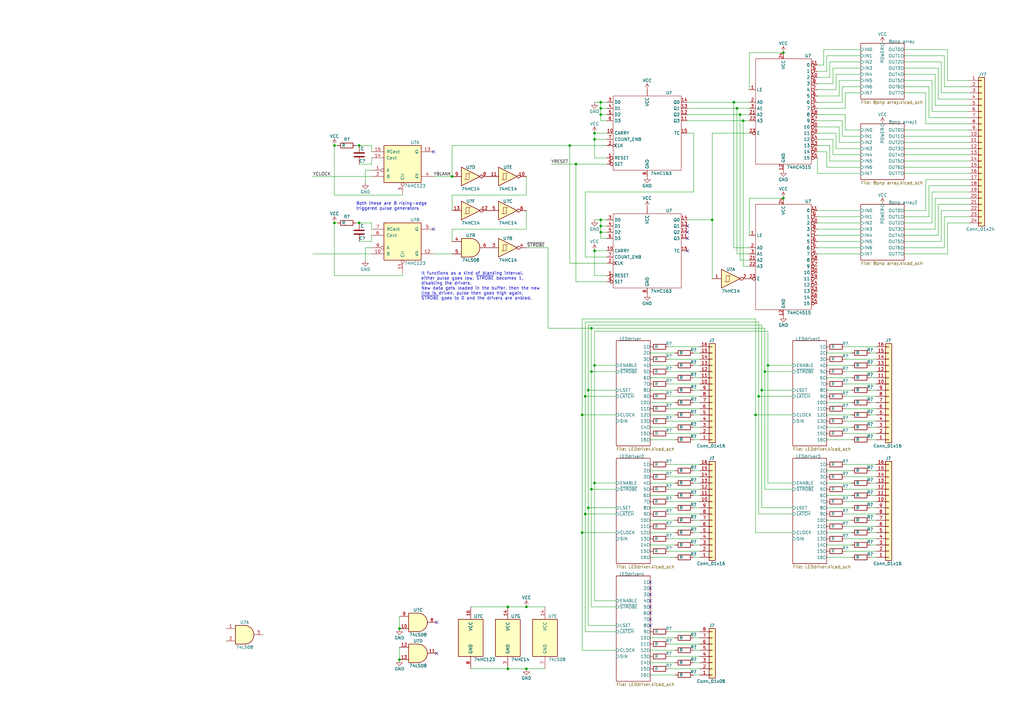
<source format=kicad_sch>
(kicad_sch (version 20211123) (generator eeschema)
  (paper "A3")
  (lib_symbols
    (symbol "74xx:74HC123" (pin_names (offset 1.016))
      (property "Reference" "U" (at -7.62 8.89 0))
      (property "Value" "74HC123" (at -7.62 -8.89 0))
      (symbol "74HC123_1_0"
        (pin input inverted (at -12.7 -2.54 0) (length 5.08) (name "A") (number "1"))
        (pin output line (at 12.7 5.08 180) (length 5.08) (name "Q") (number "13"))
        (pin input line (at -12.7 2.54 0) (length 5.08) (name "Cext") (number "14"))
        (pin input line (at -12.7 5.08 0) (length 5.08) (name "RCext") (number "15"))
        (pin input line (at -12.7 -5.08 0) (length 5.08) (name "B") (number "2"))
        (pin input inverted (at 0 -12.7 90) (length 5.08) (name "Clr") (number "3"))
        (pin output line (at 12.7 -5.08 180) (length 5.08) (name "~{Q}") (number "4"))
      )
      (symbol "74HC123_2_0"
        (pin input line (at -12.7 -5.08 0) (length 5.08) (name "B") (number "10"))
        (pin input inverted (at 0 -12.7 90) (length 5.08) (name "Clr") (number "11"))
        (pin output line (at 12.7 -5.08 180) (length 5.08) (name "~{Q}") (number "12"))
        (pin output line (at 12.7 5.08 180) (length 5.08) (name "Q") (number "5"))
        (pin input line (at -12.7 2.54 0) (length 5.08) (name "Cext") (number "6"))
        (pin input line (at -12.7 5.08 0) (length 5.08) (name "RCext") (number "7"))
        (pin input inverted (at -12.7 -2.54 0) (length 5.08) (name "A") (number "9"))
      )
      (symbol "74HC123_3_0"
        (pin power_in line (at 0 12.7 270) (length 5.08) (name "VCC") (number "16"))
        (pin power_in line (at 0 -12.7 90) (length 5.08) (name "GND") (number "8"))
      )
    )
    (symbol "74xx:74HC14" (pin_names (offset 1.016))
      (property "Reference" "U" (at 0 1.27 0))
      (property "Value" "74HC14" (at 0 -1.27 0))
      (symbol "74HC14_1_0"
        (pin input line (at -7.62 0 0) (length 3.81) (name "~") (number "1"))
        (pin output inverted (at 7.62 0 180) (length 3.81) (name "~") (number "2"))
      )
      (symbol "74HC14_2_0"
        (pin input line (at -7.62 0 0) (length 3.81) (name "~") (number "3"))
        (pin output inverted (at 7.62 0 180) (length 3.81) (name "~") (number "4"))
      )
      (symbol "74HC14_3_0"
        (pin input line (at -7.62 0 0) (length 3.81) (name "~") (number "5"))
        (pin output inverted (at 7.62 0 180) (length 3.81) (name "~") (number "6"))
      )
      (symbol "74HC14_4_0"
        (pin output inverted (at 7.62 0 180) (length 3.81) (name "~") (number "8"))
        (pin input line (at -7.62 0 0) (length 3.81) (name "~") (number "9"))
      )
      (symbol "74HC14_5_0"
        (pin output inverted (at 7.62 0 180) (length 3.81) (name "~") (number "10"))
        (pin input line (at -7.62 0 0) (length 3.81) (name "~") (number "11"))
      )
      (symbol "74HC14_6_0"
        (pin output inverted (at 7.62 0 180) (length 3.81) (name "~") (number "12"))
        (pin input line (at -7.62 0 0) (length 3.81) (name "~") (number "13"))
      )
      (symbol "74HC14_7_0"
        (pin power_in line (at 0 12.7 270) (length 5.08) (name "VCC") (number "14"))
        (pin power_in line (at 0 -12.7 90) (length 5.08) (name "GND") (number "7"))
      )
    )
    (symbol "74xx:74LS08" (pin_names (offset 1.016))
      (property "Reference" "U" (at 0 1.27 0))
      (property "Value" "74LS08" (at 0 -1.27 0))
      (symbol "74LS08_1_1"
        (pin input line (at -7.62 2.54 0) (length 3.81) (name "~") (number "1"))
        (pin input line (at -7.62 -2.54 0) (length 3.81) (name "~") (number "2"))
        (pin output line (at 7.62 0 180) (length 3.81) (name "~") (number "3"))
      )
      (symbol "74LS08_1_2"
        (pin input inverted (at -7.62 2.54 0) (length 4.318) (name "~") (number "1"))
        (pin input inverted (at -7.62 -2.54 0) (length 4.318) (name "~") (number "2"))
        (pin output inverted (at 7.62 0 180) (length 3.81) (name "~") (number "3"))
      )
      (symbol "74LS08_2_1"
        (pin input line (at -7.62 2.54 0) (length 3.81) (name "~") (number "4"))
        (pin input line (at -7.62 -2.54 0) (length 3.81) (name "~") (number "5"))
        (pin output line (at 7.62 0 180) (length 3.81) (name "~") (number "6"))
      )
      (symbol "74LS08_2_2"
        (pin input inverted (at -7.62 2.54 0) (length 4.318) (name "~") (number "4"))
        (pin input inverted (at -7.62 -2.54 0) (length 4.318) (name "~") (number "5"))
        (pin output inverted (at 7.62 0 180) (length 3.81) (name "~") (number "6"))
      )
      (symbol "74LS08_3_1"
        (pin input line (at -7.62 -2.54 0) (length 3.81) (name "~") (number "10"))
        (pin output line (at 7.62 0 180) (length 3.81) (name "~") (number "8"))
        (pin input line (at -7.62 2.54 0) (length 3.81) (name "~") (number "9"))
      )
      (symbol "74LS08_3_2"
        (pin input inverted (at -7.62 -2.54 0) (length 4.318) (name "~") (number "10"))
        (pin output inverted (at 7.62 0 180) (length 3.81) (name "~") (number "8"))
        (pin input inverted (at -7.62 2.54 0) (length 4.318) (name "~") (number "9"))
      )
      (symbol "74LS08_4_1"
        (pin output line (at 7.62 0 180) (length 3.81) (name "~") (number "11"))
        (pin input line (at -7.62 2.54 0) (length 3.81) (name "~") (number "12"))
        (pin input line (at -7.62 -2.54 0) (length 3.81) (name "~") (number "13"))
      )
      (symbol "74LS08_4_2"
        (pin output inverted (at 7.62 0 180) (length 3.81) (name "~") (number "11"))
        (pin input inverted (at -7.62 2.54 0) (length 4.318) (name "~") (number "12"))
        (pin input inverted (at -7.62 -2.54 0) (length 4.318) (name "~") (number "13"))
      )
      (symbol "74LS08_5_0"
        (pin power_in line (at 0 12.7 270) (length 5.08) (name "VCC") (number "14"))
        (pin power_in line (at 0 -12.7 90) (length 5.08) (name "GND") (number "7"))
      )
    )
    (symbol "Connector_Generic:Conn_01x08" (pin_names (offset 1.016) hide)
      (property "Reference" "J" (at 0 10.16 0))
      (property "Value" "Conn_01x08" (at 0 -12.7 0))
      (symbol "Conn_01x08_1_1"
        (pin passive line (at -5.08 7.62 0) (length 3.81) (name "Pin_1") (number "1"))
        (pin passive line (at -5.08 5.08 0) (length 3.81) (name "Pin_2") (number "2"))
        (pin passive line (at -5.08 2.54 0) (length 3.81) (name "Pin_3") (number "3"))
        (pin passive line (at -5.08 0 0) (length 3.81) (name "Pin_4") (number "4"))
        (pin passive line (at -5.08 -2.54 0) (length 3.81) (name "Pin_5") (number "5"))
        (pin passive line (at -5.08 -5.08 0) (length 3.81) (name "Pin_6") (number "6"))
        (pin passive line (at -5.08 -7.62 0) (length 3.81) (name "Pin_7") (number "7"))
        (pin passive line (at -5.08 -10.16 0) (length 3.81) (name "Pin_8") (number "8"))
      )
    )
    (symbol "Connector_Generic:Conn_01x16" (pin_names (offset 1.016) hide)
      (property "Reference" "J" (at 0 20.32 0))
      (property "Value" "Conn_01x16" (at 0 -22.86 0))
      (symbol "Conn_01x16_1_1"
        (pin passive line (at -5.08 17.78 0) (length 3.81) (name "Pin_1") (number "1"))
        (pin passive line (at -5.08 -5.08 0) (length 3.81) (name "Pin_10") (number "10"))
        (pin passive line (at -5.08 -7.62 0) (length 3.81) (name "Pin_11") (number "11"))
        (pin passive line (at -5.08 -10.16 0) (length 3.81) (name "Pin_12") (number "12"))
        (pin passive line (at -5.08 -12.7 0) (length 3.81) (name "Pin_13") (number "13"))
        (pin passive line (at -5.08 -15.24 0) (length 3.81) (name "Pin_14") (number "14"))
        (pin passive line (at -5.08 -17.78 0) (length 3.81) (name "Pin_15") (number "15"))
        (pin passive line (at -5.08 -20.32 0) (length 3.81) (name "Pin_16") (number "16"))
        (pin passive line (at -5.08 15.24 0) (length 3.81) (name "Pin_2") (number "2"))
        (pin passive line (at -5.08 12.7 0) (length 3.81) (name "Pin_3") (number "3"))
        (pin passive line (at -5.08 10.16 0) (length 3.81) (name "Pin_4") (number "4"))
        (pin passive line (at -5.08 7.62 0) (length 3.81) (name "Pin_5") (number "5"))
        (pin passive line (at -5.08 5.08 0) (length 3.81) (name "Pin_6") (number "6"))
        (pin passive line (at -5.08 2.54 0) (length 3.81) (name "Pin_7") (number "7"))
        (pin passive line (at -5.08 0 0) (length 3.81) (name "Pin_8") (number "8"))
        (pin passive line (at -5.08 -2.54 0) (length 3.81) (name "Pin_9") (number "9"))
      )
    )
    (symbol "Connector_Generic:Conn_01x24" (pin_names (offset 1.016) hide)
      (property "Reference" "J" (at 0 30.48 0))
      (property "Value" "Conn_01x24" (at 0 -33.02 0))
      (symbol "Conn_01x24_1_1"
        (pin passive line (at -5.08 27.94 0) (length 3.81) (name "Pin_1") (number "1"))
        (pin passive line (at -5.08 5.08 0) (length 3.81) (name "Pin_10") (number "10"))
        (pin passive line (at -5.08 2.54 0) (length 3.81) (name "Pin_11") (number "11"))
        (pin passive line (at -5.08 0 0) (length 3.81) (name "Pin_12") (number "12"))
        (pin passive line (at -5.08 -2.54 0) (length 3.81) (name "Pin_13") (number "13"))
        (pin passive line (at -5.08 -5.08 0) (length 3.81) (name "Pin_14") (number "14"))
        (pin passive line (at -5.08 -7.62 0) (length 3.81) (name "Pin_15") (number "15"))
        (pin passive line (at -5.08 -10.16 0) (length 3.81) (name "Pin_16") (number "16"))
        (pin passive line (at -5.08 -12.7 0) (length 3.81) (name "Pin_17") (number "17"))
        (pin passive line (at -5.08 -15.24 0) (length 3.81) (name "Pin_18") (number "18"))
        (pin passive line (at -5.08 -17.78 0) (length 3.81) (name "Pin_19") (number "19"))
        (pin passive line (at -5.08 25.4 0) (length 3.81) (name "Pin_2") (number "2"))
        (pin passive line (at -5.08 -20.32 0) (length 3.81) (name "Pin_20") (number "20"))
        (pin passive line (at -5.08 -22.86 0) (length 3.81) (name "Pin_21") (number "21"))
        (pin passive line (at -5.08 -25.4 0) (length 3.81) (name "Pin_22") (number "22"))
        (pin passive line (at -5.08 -27.94 0) (length 3.81) (name "Pin_23") (number "23"))
        (pin passive line (at -5.08 -30.48 0) (length 3.81) (name "Pin_24") (number "24"))
        (pin passive line (at -5.08 22.86 0) (length 3.81) (name "Pin_3") (number "3"))
        (pin passive line (at -5.08 20.32 0) (length 3.81) (name "Pin_4") (number "4"))
        (pin passive line (at -5.08 17.78 0) (length 3.81) (name "Pin_5") (number "5"))
        (pin passive line (at -5.08 15.24 0) (length 3.81) (name "Pin_6") (number "6"))
        (pin passive line (at -5.08 12.7 0) (length 3.81) (name "Pin_7") (number "7"))
        (pin passive line (at -5.08 10.16 0) (length 3.81) (name "Pin_8") (number "8"))
        (pin passive line (at -5.08 7.62 0) (length 3.81) (name "Pin_9") (number "9"))
      )
    )
    (symbol "Device:C" (pin_numbers hide) (pin_names (offset 0.254))
      (property "Reference" "C" (at 0.635 2.54 0))
      (property "Value" "C" (at 0.635 -2.54 0))
      (symbol "C_1_1"
        (pin passive line (at 0 3.81 270) (length 2.794) (name "~") (number "1"))
        (pin passive line (at 0 -3.81 90) (length 2.794) (name "~") (number "2"))
      )
    )
    (symbol "Device:R" (pin_numbers hide) (pin_names (offset 0))
      (property "Reference" "R" (at 2.032 0 90))
      (property "Value" "R" (at 0 0 90))
      (symbol "R_1_1"
        (pin passive line (at 0 3.81 270) (length 1.27) (name "~") (number "1"))
        (pin passive line (at 0 -3.81 90) (length 1.27) (name "~") (number "2"))
      )
    )
    (symbol "ledmatrix:74HC163"
      (property "Reference" "U" (at 8.89 16.51 0))
      (property "Value" "74HC163" (at 5.08 -16.51 0))
      (symbol "74HC163_1_1"
        (pin power_in line (at 0 17.78 270) (length 2.54) (name "VCC") (number ""))
        (pin input inverted (at -16.51 -10.16 0) (length 2.54) (name "RESET") (number "1"))
        (pin input line (at -16.51 0 0) (length 2.54) (name "CARRY") (number "10"))
        (pin output line (at 16.51 5.08 180) (length 2.54) (name "Q3") (number "11"))
        (pin output line (at 16.51 7.62 180) (length 2.54) (name "Q2") (number "12"))
        (pin output line (at 16.51 10.16 180) (length 2.54) (name "Q1") (number "13"))
        (pin output line (at 16.51 12.7 180) (length 2.54) (name "Q0") (number "14"))
        (pin output line (at 16.51 0 180) (length 2.54) (name "TC") (number "15"))
        (pin input clock (at -16.51 -5.08 0) (length 2.54) (name "CLK") (number "2"))
        (pin input line (at -16.51 12.7 0) (length 2.54) (name "D0") (number "3"))
        (pin input line (at -16.51 10.16 0) (length 2.54) (name "D1") (number "4"))
        (pin input line (at -16.51 7.62 0) (length 2.54) (name "D2") (number "5"))
        (pin input line (at -16.51 5.08 0) (length 2.54) (name "D3") (number "6"))
        (pin input line (at -16.51 -2.54 0) (length 2.54) (name "COUNT_ENB") (number "7"))
        (pin power_in line (at 0 -17.78 90) (length 2.54) (name "GND") (number "8"))
        (pin input inverted (at -16.51 -12.7 0) (length 2.54) (name "SET") (number "9"))
      )
    )
    (symbol "ledmatrix:74HC4515"
      (property "Reference" "U" (at 8.89 22.86 0))
      (property "Value" "74HC4515" (at 6.35 -22.86 0))
      (symbol "74HC4515_1_1"
        (pin input line (at -13.97 8.89 0) (length 2.54) (name "LE") (number "1"))
        (pin output inverted (at 13.97 13.97 180) (length 2.54) (name "2") (number "10"))
        (pin output inverted (at 13.97 19.05 180) (length 2.54) (name "0") (number "11"))
        (pin power_in line (at 0 -24.13 90) (length 2.54) (name "GND") (number "12"))
        (pin output inverted (at 13.97 -13.97 180) (length 2.54) (name "13") (number "13"))
        (pin output inverted (at 13.97 -11.43 180) (length 2.54) (name "12") (number "14"))
        (pin output inverted (at 13.97 -19.05 180) (length 2.54) (name "15") (number "15"))
        (pin output inverted (at 13.97 -16.51 180) (length 2.54) (name "14") (number "16"))
        (pin output inverted (at 13.97 -3.81 180) (length 2.54) (name "9") (number "17"))
        (pin output inverted (at 13.97 -1.27 180) (length 2.54) (name "8") (number "18"))
        (pin output inverted (at 13.97 -8.89 180) (length 2.54) (name "11") (number "19"))
        (pin input line (at -13.97 3.81 0) (length 2.54) (name "A0") (number "2"))
        (pin output inverted (at 13.97 -6.35 180) (length 2.54) (name "10") (number "20"))
        (pin input line (at -13.97 -1.27 0) (length 2.54) (name "A2") (number "21"))
        (pin input line (at -13.97 -3.81 0) (length 2.54) (name "A3") (number "22"))
        (pin input inverted (at -13.97 -8.89 0) (length 2.54) (name "E") (number "23"))
        (pin power_in line (at 0 24.13 270) (length 2.54) (name "VCC") (number "24"))
        (pin input line (at -13.97 1.27 0) (length 2.54) (name "A1") (number "3"))
        (pin output inverted (at 13.97 1.27 180) (length 2.54) (name "7") (number "4"))
        (pin output inverted (at 13.97 3.81 180) (length 2.54) (name "6") (number "5"))
        (pin output inverted (at 13.97 6.35 180) (length 2.54) (name "5") (number "6"))
        (pin output inverted (at 13.97 8.89 180) (length 2.54) (name "4") (number "7"))
        (pin output inverted (at 13.97 11.43 180) (length 2.54) (name "3") (number "8"))
        (pin output inverted (at 13.97 16.51 180) (length 2.54) (name "1") (number "9"))
      )
    )
    (symbol "power:GND" (power) (pin_names (offset 0))
      (property "Value" "GND" (at 0 -3.81 0))
      (symbol "GND_1_1"
        (pin power_in line (at 0 0 270) (length 0) hide (name "GND") (number "1"))
      )
    )
    (symbol "power:VCC" (power) (pin_names (offset 0))
      (property "Value" "VCC" (at 0 3.81 0))
      (symbol "VCC_1_1"
        (pin power_in line (at 0 0 90) (length 0) hide (name "VCC") (number "1"))
      )
    )
  )
  (junction (at 233.68 59.69))
  (junction (at 246.38 92.71))
  (junction (at 243.84 54.61))
  (junction (at 147.32 91.44))
  (junction (at 311.15 162.56))
  (junction (at 137.16 59.69))
  (junction (at 309.88 170.18))
  (junction (at 163.83 257.81))
  (junction (at 147.32 59.69))
  (junction (at 246.38 46.99))
  (junction (at 240.03 162.56))
  (junction (at 238.76 170.18))
  (junction (at 292.1 90.17))
  (junction (at 312.42 160.02))
  (junction (at 242.57 134.62))
  (junction (at 185.42 72.39))
  (junction (at 243.84 198.12))
  (junction (at 243.84 102.87))
  (junction (at 314.96 149.86))
  (junction (at 240.03 210.82))
  (junction (at 163.83 270.51))
  (junction (at 208.28 274.32))
  (junction (at 243.84 57.15))
  (junction (at 241.3 208.28))
  (junction (at 246.38 41.91))
  (junction (at 137.16 91.44))
  (junction (at 246.38 90.17))
  (junction (at 208.28 248.92))
  (junction (at 246.38 95.25))
  (junction (at 215.9 274.32))
  (junction (at 243.84 149.86))
  (junction (at 321.31 21.59))
  (junction (at 215.9 248.92))
  (junction (at 242.57 152.4))
  (junction (at 303.53 46.99))
  (junction (at 238.76 218.44))
  (junction (at 246.38 44.45))
  (junction (at 302.26 44.45))
  (junction (at 304.8 49.53))
  (junction (at 241.3 160.02))
  (junction (at 242.57 200.66))
  (junction (at 313.69 152.4))
  (junction (at 236.22 67.31))
  (junction (at 321.31 81.28))
  (junction (at 300.99 41.91))
  (no_connect (at 179.07 255.27))
  (no_connect (at 179.07 267.97))
  (no_connect (at 266.7 256.54))
  (no_connect (at 266.7 248.92))
  (no_connect (at 266.7 251.46))
  (no_connect (at 266.7 254))
  (no_connect (at 266.7 238.76))
  (no_connect (at 266.7 246.38))
  (no_connect (at 266.7 243.84))
  (no_connect (at 266.7 241.3))
  (no_connect (at 177.8 93.98))
  (no_connect (at 281.94 95.25))
  (no_connect (at 281.94 102.87))
  (no_connect (at 281.94 97.79))
  (no_connect (at 281.94 92.71))
  (no_connect (at 177.8 62.23))
  (wire (pts (xy 340.36 66.04) (xy 353.06 66.04)))
  (wire (pts (xy 304.8 49.53) (xy 304.8 109.22)))
  (wire (pts (xy 238.76 170.18) (xy 238.76 218.44)))
  (wire (pts (xy 345.44 35.56) (xy 345.44 41.91)))
  (wire (pts (xy 252.73 210.82) (xy 240.03 210.82)))
  (wire (pts (xy 346.71 210.82) (xy 359.41 210.82)))
  (wire (pts (xy 241.3 133.35) (xy 312.42 133.35)))
  (wire (pts (xy 266.7 208.28) (xy 276.86 208.28)))
  (wire (pts (xy 240.03 78.74) (xy 240.03 105.41)))
  (wire (pts (xy 152.4 99.06) (xy 152.4 96.52)))
  (wire (pts (xy 284.48 271.78) (xy 287.02 271.78)))
  (wire (pts (xy 341.63 27.94) (xy 353.06 27.94)))
  (wire (pts (xy 274.32 200.66) (xy 287.02 200.66)))
  (wire (pts (xy 300.99 41.91) (xy 307.34 41.91)))
  (wire (pts (xy 370.84 101.6) (xy 387.35 101.6)))
  (wire (pts (xy 302.26 44.45) (xy 302.26 104.14)))
  (wire (pts (xy 266.7 154.94) (xy 276.86 154.94)))
  (wire (pts (xy 339.09 160.02) (xy 349.25 160.02)))
  (wire (pts (xy 383.54 93.98) (xy 370.84 93.98)))
  (wire (pts (xy 397.51 91.44) (xy 388.62 91.44)))
  (wire (pts (xy 384.81 27.94) (xy 384.81 40.64)))
  (wire (pts (xy 335.28 86.36) (xy 353.06 86.36)))
  (wire (pts (xy 193.04 274.32) (xy 208.28 274.32)))
  (wire (pts (xy 356.87 218.44) (xy 359.41 218.44)))
  (wire (pts (xy 340.36 59.69) (xy 340.36 66.04)))
  (wire (pts (xy 345.44 55.88) (xy 345.44 49.53)))
  (wire (pts (xy 246.38 95.25) (xy 248.92 95.25)))
  (wire (pts (xy 281.94 41.91) (xy 300.99 41.91)))
  (wire (pts (xy 312.42 133.35) (xy 312.42 160.02)))
  (wire (pts (xy 356.87 154.94) (xy 359.41 154.94)))
  (wire (pts (xy 356.87 170.18) (xy 359.41 170.18)))
  (wire (pts (xy 266.7 160.02) (xy 276.86 160.02)))
  (wire (pts (xy 215.9 72.39) (xy 215.9 80.01)))
  (wire (pts (xy 370.84 53.34) (xy 397.51 53.34)))
  (wire (pts (xy 335.28 39.37) (xy 344.17 39.37)))
  (wire (pts (xy 339.09 175.26) (xy 349.25 175.26)))
  (wire (pts (xy 208.28 274.32) (xy 215.9 274.32)))
  (wire (pts (xy 274.32 274.32) (xy 287.02 274.32)))
  (wire (pts (xy 370.84 55.88) (xy 397.51 55.88)))
  (wire (pts (xy 325.12 198.12) (xy 314.96 198.12)))
  (wire (pts (xy 339.09 62.23) (xy 339.09 68.58)))
  (wire (pts (xy 312.42 160.02) (xy 312.42 208.28)))
  (wire (pts (xy 346.71 142.24) (xy 359.41 142.24)))
  (wire (pts (xy 314.96 149.86) (xy 314.96 198.12)))
  (wire (pts (xy 274.32 259.08) (xy 287.02 259.08)))
  (wire (pts (xy 137.16 91.44) (xy 137.16 113.03)))
  (wire (pts (xy 152.4 59.69) (xy 152.4 62.23)))
  (wire (pts (xy 370.84 20.32) (xy 388.62 20.32)))
  (wire (pts (xy 243.84 54.61) (xy 248.92 54.61)))
  (wire (pts (xy 313.69 200.66) (xy 325.12 200.66)))
  (wire (pts (xy 243.84 54.61) (xy 243.84 57.15)))
  (wire (pts (xy 149.86 74.93) (xy 149.86 69.85)))
  (wire (pts (xy 383.54 43.18) (xy 397.51 43.18)))
  (wire (pts (xy 177.8 104.14) (xy 185.42 104.14)))
  (wire (pts (xy 284.48 213.36) (xy 287.02 213.36)))
  (wire (pts (xy 163.83 265.43) (xy 163.83 270.51)))
  (wire (pts (xy 137.16 91.44) (xy 138.43 91.44)))
  (wire (pts (xy 346.71 157.48) (xy 359.41 157.48)))
  (wire (pts (xy 266.7 261.62) (xy 276.86 261.62)))
  (wire (pts (xy 248.92 97.79) (xy 246.38 97.79)))
  (wire (pts (xy 386.08 38.1) (xy 397.51 38.1)))
  (wire (pts (xy 284.48 175.26) (xy 287.02 175.26)))
  (wire (pts (xy 292.1 114.3) (xy 292.1 90.17)))
  (wire (pts (xy 215.9 248.92) (xy 223.52 248.92)))
  (wire (pts (xy 252.73 162.56) (xy 240.03 162.56)))
  (wire (pts (xy 266.7 175.26) (xy 276.86 175.26)))
  (wire (pts (xy 242.57 134.62) (xy 224.79 134.62)))
  (wire (pts (xy 248.92 41.91) (xy 246.38 41.91)))
  (wire (pts (xy 335.28 64.77) (xy 335.28 71.12)))
  (wire (pts (xy 339.09 170.18) (xy 349.25 170.18)))
  (wire (pts (xy 346.71 167.64) (xy 359.41 167.64)))
  (wire (pts (xy 266.7 203.2) (xy 276.86 203.2)))
  (wire (pts (xy 386.08 86.36) (xy 386.08 99.06)))
  (wire (pts (xy 274.32 147.32) (xy 287.02 147.32)))
  (wire (pts (xy 384.81 83.82) (xy 397.51 83.82)))
  (wire (pts (xy 346.71 53.34) (xy 353.06 53.34)))
  (wire (pts (xy 224.79 134.62) (xy 224.79 101.6)))
  (wire (pts (xy 370.84 38.1) (xy 379.73 38.1)))
  (wire (pts (xy 384.81 40.64) (xy 397.51 40.64)))
  (wire (pts (xy 284.48 54.61) (xy 284.48 78.74)))
  (wire (pts (xy 284.48 261.62) (xy 287.02 261.62)))
  (wire (pts (xy 356.87 228.6) (xy 359.41 228.6)))
  (wire (pts (xy 243.84 90.17) (xy 246.38 90.17)))
  (wire (pts (xy 233.68 107.95) (xy 248.92 107.95)))
  (wire (pts (xy 387.35 35.56) (xy 397.51 35.56)))
  (wire (pts (xy 243.84 198.12) (xy 243.84 246.38)))
  (wire (pts (xy 215.9 86.36) (xy 215.9 93.98)))
  (wire (pts (xy 346.71 172.72) (xy 359.41 172.72)))
  (wire (pts (xy 274.32 226.06) (xy 287.02 226.06)))
  (wire (pts (xy 339.09 198.12) (xy 349.25 198.12)))
  (wire (pts (xy 387.35 88.9) (xy 397.51 88.9)))
  (wire (pts (xy 313.69 152.4) (xy 313.69 200.66)))
  (wire (pts (xy 341.63 57.15) (xy 341.63 63.5)))
  (wire (pts (xy 233.68 59.69) (xy 248.92 59.69)))
  (wire (pts (xy 370.84 30.48) (xy 383.54 30.48)))
  (wire (pts (xy 325.12 149.86) (xy 314.96 149.86)))
  (wire (pts (xy 370.84 22.86) (xy 387.35 22.86)))
  (wire (pts (xy 241.3 160.02) (xy 241.3 208.28)))
  (wire (pts (xy 284.48 276.86) (xy 287.02 276.86)))
  (wire (pts (xy 146.05 91.44) (xy 147.32 91.44)))
  (wire (pts (xy 344.17 52.07) (xy 344.17 58.42)))
  (wire (pts (xy 242.57 134.62) (xy 242.57 152.4)))
  (wire (pts (xy 252.73 160.02) (xy 241.3 160.02)))
  (wire (pts (xy 266.7 180.34) (xy 276.86 180.34)))
  (wire (pts (xy 292.1 90.17) (xy 292.1 54.61)))
  (wire (pts (xy 300.99 41.91) (xy 300.99 101.6)))
  (wire (pts (xy 215.9 80.01) (xy 185.42 80.01)))
  (wire (pts (xy 252.73 246.38) (xy 243.84 246.38)))
  (wire (pts (xy 346.71 226.06) (xy 359.41 226.06)))
  (wire (pts (xy 307.34 81.28) (xy 307.34 96.52)))
  (wire (pts (xy 339.09 208.28) (xy 349.25 208.28)))
  (wire (pts (xy 292.1 54.61) (xy 307.34 54.61)))
  (wire (pts (xy 146.05 59.69) (xy 147.32 59.69)))
  (wire (pts (xy 381 76.2) (xy 381 88.9)))
  (wire (pts (xy 387.35 22.86) (xy 387.35 35.56)))
  (wire (pts (xy 128.27 72.39) (xy 152.4 72.39)))
  (wire (pts (xy 243.84 57.15) (xy 243.84 64.77)))
  (wire (pts (xy 152.4 91.44) (xy 152.4 93.98)))
  (wire (pts (xy 356.87 193.04) (xy 359.41 193.04)))
  (wire (pts (xy 252.73 208.28) (xy 241.3 208.28)))
  (wire (pts (xy 274.32 142.24) (xy 287.02 142.24)))
  (wire (pts (xy 281.94 44.45) (xy 302.26 44.45)))
  (wire (pts (xy 242.57 134.62) (xy 313.69 134.62)))
  (wire (pts (xy 274.32 220.98) (xy 287.02 220.98)))
  (wire (pts (xy 284.48 180.34) (xy 287.02 180.34)))
  (wire (pts (xy 274.32 152.4) (xy 287.02 152.4)))
  (wire (pts (xy 342.9 30.48) (xy 342.9 36.83)))
  (wire (pts (xy 335.28 101.6) (xy 353.06 101.6)))
  (wire (pts (xy 345.44 41.91) (xy 335.28 41.91)))
  (wire (pts (xy 335.28 91.44) (xy 353.06 91.44)))
  (wire (pts (xy 313.69 134.62) (xy 313.69 152.4)))
  (wire (pts (xy 128.27 104.14) (xy 152.4 104.14)))
  (wire (pts (xy 284.48 78.74) (xy 240.03 78.74)))
  (wire (pts (xy 284.48 228.6) (xy 287.02 228.6)))
  (wire (pts (xy 307.34 49.53) (xy 304.8 49.53)))
  (wire (pts (xy 341.63 34.29) (xy 341.63 27.94)))
  (wire (pts (xy 274.32 205.74) (xy 287.02 205.74)))
  (wire (pts (xy 147.32 67.31) (xy 152.4 67.31)))
  (wire (pts (xy 314.96 135.89) (xy 314.96 149.86)))
  (wire (pts (xy 382.27 78.74) (xy 397.51 78.74)))
  (wire (pts (xy 309.88 218.44) (xy 325.12 218.44)))
  (wire (pts (xy 335.28 96.52) (xy 353.06 96.52)))
  (wire (pts (xy 370.84 25.4) (xy 386.08 25.4)))
  (wire (pts (xy 185.42 59.69) (xy 185.42 72.39)))
  (wire (pts (xy 356.87 160.02) (xy 359.41 160.02)))
  (wire (pts (xy 325.12 210.82) (xy 311.15 210.82)))
  (wire (pts (xy 339.09 223.52) (xy 349.25 223.52)))
  (wire (pts (xy 335.28 57.15) (xy 341.63 57.15)))
  (wire (pts (xy 311.15 132.08) (xy 311.15 162.56)))
  (wire (pts (xy 303.53 46.99) (xy 303.53 106.68)))
  (wire (pts (xy 325.12 208.28) (xy 312.42 208.28)))
  (wire (pts (xy 246.38 49.53) (xy 248.92 49.53)))
  (wire (pts (xy 302.26 104.14) (xy 307.34 104.14)))
  (wire (pts (xy 274.32 210.82) (xy 287.02 210.82)))
  (wire (pts (xy 152.4 67.31) (xy 152.4 64.77)))
  (wire (pts (xy 339.09 180.34) (xy 349.25 180.34)))
  (wire (pts (xy 284.48 208.28) (xy 287.02 208.28)))
  (wire (pts (xy 236.22 115.57) (xy 248.92 115.57)))
  (wire (pts (xy 185.42 93.98) (xy 185.42 99.06)))
  (wire (pts (xy 236.22 67.31) (xy 236.22 115.57)))
  (wire (pts (xy 321.31 81.28) (xy 307.34 81.28)))
  (wire (pts (xy 341.63 63.5) (xy 353.06 63.5)))
  (wire (pts (xy 266.7 223.52) (xy 276.86 223.52)))
  (wire (pts (xy 346.71 200.66) (xy 359.41 200.66)))
  (wire (pts (xy 356.87 180.34) (xy 359.41 180.34)))
  (wire (pts (xy 309.88 130.81) (xy 309.88 170.18)))
  (wire (pts (xy 337.82 26.67) (xy 337.82 20.32)))
  (wire (pts (xy 370.84 68.58) (xy 397.51 68.58)))
  (wire (pts (xy 346.71 152.4) (xy 359.41 152.4)))
  (wire (pts (xy 307.34 44.45) (xy 302.26 44.45)))
  (wire (pts (xy 274.32 162.56) (xy 287.02 162.56)))
  (wire (pts (xy 339.09 68.58) (xy 353.06 68.58)))
  (wire (pts (xy 346.71 38.1) (xy 353.06 38.1)))
  (wire (pts (xy 307.34 101.6) (xy 300.99 101.6)))
  (wire (pts (xy 344.17 33.02) (xy 353.06 33.02)))
  (wire (pts (xy 335.28 104.14) (xy 353.06 104.14)))
  (wire (pts (xy 185.42 80.01) (xy 185.42 86.36)))
  (wire (pts (xy 370.84 66.04) (xy 397.51 66.04)))
  (wire (pts (xy 266.7 213.36) (xy 276.86 213.36)))
  (wire (pts (xy 208.28 248.92) (xy 215.9 248.92)))
  (wire (pts (xy 252.73 259.08) (xy 240.03 259.08)))
  (wire (pts (xy 284.48 193.04) (xy 287.02 193.04)))
  (wire (pts (xy 284.48 170.18) (xy 287.02 170.18)))
  (wire (pts (xy 342.9 54.61) (xy 335.28 54.61)))
  (wire (pts (xy 147.32 91.44) (xy 152.4 91.44)))
  (wire (pts (xy 353.06 35.56) (xy 345.44 35.56)))
  (wire (pts (xy 274.32 172.72) (xy 287.02 172.72)))
  (wire (pts (xy 344.17 39.37) (xy 344.17 33.02)))
  (wire (pts (xy 345.44 49.53) (xy 335.28 49.53)))
  (wire (pts (xy 242.57 200.66) (xy 252.73 200.66)))
  (wire (pts (xy 381 35.56) (xy 381 48.26)))
  (wire (pts (xy 342.9 60.96) (xy 342.9 54.61)))
  (wire (pts (xy 379.73 73.66) (xy 397.51 73.66)))
  (wire (pts (xy 241.3 208.28) (xy 241.3 256.54)))
  (wire (pts (xy 379.73 86.36) (xy 379.73 73.66)))
  (wire (pts (xy 281.94 90.17) (xy 292.1 90.17)))
  (wire (pts (xy 240.03 132.08) (xy 240.03 162.56)))
  (wire (pts (xy 346.71 220.98) (xy 359.41 220.98)))
  (wire (pts (xy 325.12 160.02) (xy 312.42 160.02)))
  (wire (pts (xy 339.09 154.94) (xy 349.25 154.94)))
  (wire (pts (xy 281.94 54.61) (xy 284.48 54.61)))
  (wire (pts (xy 266.7 218.44) (xy 276.86 218.44)))
  (wire (pts (xy 242.57 248.92) (xy 252.73 248.92)))
  (wire (pts (xy 335.28 99.06) (xy 353.06 99.06)))
  (wire (pts (xy 215.9 93.98) (xy 185.42 93.98)))
  (wire (pts (xy 313.69 152.4) (xy 325.12 152.4)))
  (wire (pts (xy 243.84 41.91) (xy 246.38 41.91)))
  (wire (pts (xy 356.87 175.26) (xy 359.41 175.26)))
  (wire (pts (xy 240.03 105.41) (xy 248.92 105.41)))
  (wire (pts (xy 335.28 26.67) (xy 337.82 26.67)))
  (wire (pts (xy 335.28 71.12) (xy 353.06 71.12)))
  (wire (pts (xy 304.8 109.22) (xy 307.34 109.22)))
  (wire (pts (xy 243.84 64.77) (xy 248.92 64.77)))
  (wire (pts (xy 335.28 34.29) (xy 341.63 34.29)))
  (wire (pts (xy 370.84 86.36) (xy 379.73 86.36)))
  (wire (pts (xy 339.09 193.04) (xy 349.25 193.04)))
  (wire (pts (xy 370.84 27.94) (xy 384.81 27.94)))
  (wire (pts (xy 281.94 49.53) (xy 304.8 49.53)))
  (wire (pts (xy 240.03 132.08) (xy 311.15 132.08)))
  (wire (pts (xy 346.71 162.56) (xy 359.41 162.56)))
  (wire (pts (xy 165.1 113.03) (xy 165.1 111.76)))
  (wire (pts (xy 243.84 113.03) (xy 248.92 113.03)))
  (wire (pts (xy 335.28 52.07) (xy 344.17 52.07)))
  (wire (pts (xy 246.38 92.71) (xy 246.38 95.25)))
  (wire (pts (xy 339.09 203.2) (xy 349.25 203.2)))
  (wire (pts (xy 370.84 91.44) (xy 382.27 91.44)))
  (wire (pts (xy 284.48 149.86) (xy 287.02 149.86)))
  (wire (pts (xy 335.28 88.9) (xy 353.06 88.9)))
  (wire (pts (xy 246.38 95.25) (xy 246.38 97.79)))
  (wire (pts (xy 238.76 130.81) (xy 309.88 130.81)))
  (wire (pts (xy 274.32 215.9) (xy 287.02 215.9)))
  (wire (pts (xy 243.84 135.89) (xy 243.84 149.86)))
  (wire (pts (xy 353.06 25.4) (xy 340.36 25.4)))
  (wire (pts (xy 370.84 71.12) (xy 397.51 71.12)))
  (wire (pts (xy 243.84 102.87) (xy 243.84 113.03)))
  (wire (pts (xy 397.51 76.2) (xy 381 76.2)))
  (wire (pts (xy 381 88.9) (xy 370.84 88.9)))
  (wire (pts (xy 356.87 203.2) (xy 359.41 203.2)))
  (wire (pts (xy 384.81 96.52) (xy 384.81 83.82)))
  (wire (pts (xy 307.34 106.68) (xy 303.53 106.68)))
  (wire (pts (xy 383.54 81.28) (xy 383.54 93.98)))
  (wire (pts (xy 266.7 149.86) (xy 276.86 149.86)))
  (wire (pts (xy 149.86 69.85) (xy 152.4 69.85)))
  (wire (pts (xy 325.12 170.18) (xy 309.88 170.18)))
  (wire (pts (xy 149.86 101.6) (xy 152.4 101.6)))
  (wire (pts (xy 342.9 36.83) (xy 335.28 36.83)))
  (wire (pts (xy 303.53 46.99) (xy 307.34 46.99)))
  (wire (pts (xy 346.71 205.74) (xy 359.41 205.74)))
  (wire (pts (xy 233.68 59.69) (xy 185.42 59.69)))
  (wire (pts (xy 346.71 147.32) (xy 359.41 147.32)))
  (wire (pts (xy 252.73 149.86) (xy 243.84 149.86)))
  (wire (pts (xy 243.84 102.87) (xy 248.92 102.87)))
  (wire (pts (xy 246.38 44.45) (xy 246.38 46.99)))
  (wire (pts (xy 356.87 165.1) (xy 359.41 165.1)))
  (wire (pts (xy 388.62 33.02) (xy 397.51 33.02)))
  (wire (pts (xy 246.38 41.91) (xy 246.38 44.45)))
  (wire (pts (xy 379.73 38.1) (xy 379.73 50.8)))
  (wire (pts (xy 307.34 21.59) (xy 307.34 36.83)))
  (wire (pts (xy 370.84 63.5) (xy 397.51 63.5)))
  (wire (pts (xy 243.84 149.86) (xy 243.84 198.12)))
  (wire (pts (xy 266.7 276.86) (xy 276.86 276.86)))
  (wire (pts (xy 281.94 46.99) (xy 303.53 46.99)))
  (wire (pts (xy 240.03 162.56) (xy 240.03 210.82)))
  (wire (pts (xy 137.16 80.01) (xy 165.1 80.01)))
  (wire (pts (xy 163.83 252.73) (xy 163.83 257.81)))
  (wire (pts (xy 370.84 58.42) (xy 397.51 58.42)))
  (wire (pts (xy 356.87 144.78) (xy 359.41 144.78)))
  (wire (pts (xy 346.71 190.5) (xy 359.41 190.5)))
  (wire (pts (xy 252.73 198.12) (xy 243.84 198.12)))
  (wire (pts (xy 339.09 29.21) (xy 339.09 22.86)))
  (wire (pts (xy 252.73 256.54) (xy 241.3 256.54)))
  (wire (pts (xy 309.88 170.18) (xy 309.88 218.44)))
  (wire (pts (xy 356.87 223.52) (xy 359.41 223.52)))
  (wire (pts (xy 242.57 152.4) (xy 252.73 152.4)))
  (wire (pts (xy 340.36 25.4) (xy 340.36 31.75)))
  (wire (pts (xy 397.51 81.28) (xy 383.54 81.28)))
  (wire (pts (xy 233.68 59.69) (xy 233.68 107.95)))
  (wire (pts (xy 335.28 29.21) (xy 339.09 29.21)))
  (wire (pts (xy 274.32 269.24) (xy 287.02 269.24)))
  (wire (pts (xy 346.71 177.8) (xy 359.41 177.8)))
  (wire (pts (xy 346.71 44.45) (xy 346.71 38.1)))
  (wire (pts (xy 397.51 86.36) (xy 386.08 86.36)))
  (wire (pts (xy 382.27 33.02) (xy 382.27 45.72)))
  (wire (pts (xy 339.09 165.1) (xy 349.25 165.1)))
  (wire (pts (xy 356.87 208.28) (xy 359.41 208.28)))
  (wire (pts (xy 311.15 162.56) (xy 311.15 210.82)))
  (wire (pts (xy 388.62 20.32) (xy 388.62 33.02)))
  (wire (pts (xy 346.71 215.9) (xy 359.41 215.9)))
  (wire (pts (xy 238.76 130.81) (xy 238.76 170.18)))
  (wire (pts (xy 215.9 101.6) (xy 224.79 101.6)))
  (wire (pts (xy 137.16 113.03) (xy 165.1 113.03)))
  (wire (pts (xy 242.57 200.66) (xy 242.57 248.92)))
  (wire (pts (xy 266.7 144.78) (xy 276.86 144.78)))
  (wire (pts (xy 243.84 57.15) (xy 248.92 57.15)))
  (wire (pts (xy 274.32 190.5) (xy 287.02 190.5)))
  (wire (pts (xy 284.48 218.44) (xy 287.02 218.44)))
  (wire (pts (xy 346.71 46.99) (xy 346.71 53.34)))
  (wire (pts (xy 382.27 91.44) (xy 382.27 78.74)))
  (wire (pts (xy 242.57 152.4) (xy 242.57 200.66)))
  (wire (pts (xy 356.87 213.36) (xy 359.41 213.36)))
  (wire (pts (xy 240.03 210.82) (xy 240.03 259.08)))
  (wire (pts (xy 335.28 93.98) (xy 353.06 93.98)))
  (wire (pts (xy 340.36 31.75) (xy 335.28 31.75)))
  (wire (pts (xy 246.38 46.99) (xy 246.38 49.53)))
  (wire (pts (xy 335.28 62.23) (xy 339.09 62.23)))
  (wire (pts (xy 274.32 264.16) (xy 287.02 264.16)))
  (wire (pts (xy 356.87 149.86) (xy 359.41 149.86)))
  (wire (pts (xy 386.08 99.06) (xy 370.84 99.06)))
  (wire (pts (xy 370.84 35.56) (xy 381 35.56)))
  (wire (pts (xy 266.7 193.04) (xy 276.86 193.04)))
  (wire (pts (xy 284.48 154.94) (xy 287.02 154.94)))
  (wire (pts (xy 252.73 218.44) (xy 238.76 218.44)))
  (wire (pts (xy 147.32 99.06) (xy 152.4 99.06)))
  (wire (pts (xy 284.48 266.7) (xy 287.02 266.7)))
  (wire (pts (xy 149.86 106.68) (xy 149.86 101.6)))
  (wire (pts (xy 252.73 266.7) (xy 238.76 266.7)))
  (wire (pts (xy 339.09 22.86) (xy 353.06 22.86)))
  (wire (pts (xy 388.62 91.44) (xy 388.62 104.14)))
  (wire (pts (xy 339.09 228.6) (xy 349.25 228.6)))
  (wire (pts (xy 266.7 228.6) (xy 276.86 228.6)))
  (wire (pts (xy 383.54 30.48) (xy 383.54 43.18)))
  (wire (pts (xy 248.92 90.17) (xy 246.38 90.17)))
  (wire (pts (xy 238.76 218.44) (xy 238.76 266.7)))
  (wire (pts (xy 381 48.26) (xy 397.51 48.26)))
  (wire (pts (xy 274.32 157.48) (xy 287.02 157.48)))
  (wire (pts (xy 284.48 165.1) (xy 287.02 165.1)))
  (wire (pts (xy 226.06 67.31) (xy 236.22 67.31)))
  (wire (pts (xy 193.04 248.92) (xy 208.28 248.92)))
  (wire (pts (xy 266.7 198.12) (xy 276.86 198.12)))
  (wire (pts (xy 339.09 149.86) (xy 349.25 149.86)))
  (wire (pts (xy 353.06 55.88) (xy 345.44 55.88)))
  (wire (pts (xy 137.16 59.69) (xy 137.16 80.01)))
  (wire (pts (xy 147.32 59.69) (xy 152.4 59.69)))
  (wire (pts (xy 339.09 218.44) (xy 349.25 218.44)))
  (wire (pts (xy 353.06 30.48) (xy 342.9 30.48)))
  (wire (pts (xy 284.48 144.78) (xy 287.02 144.78)))
  (wire (pts (xy 335.28 46.99) (xy 346.71 46.99)))
  (wire (pts (xy 370.84 96.52) (xy 384.81 96.52)))
  (wire (pts (xy 284.48 160.02) (xy 287.02 160.02)))
  (wire (pts (xy 274.32 177.8) (xy 287.02 177.8)))
  (wire (pts (xy 243.84 135.89) (xy 314.96 135.89)))
  (wire (pts (xy 252.73 170.18) (xy 238.76 170.18)))
  (wire (pts (xy 339.09 213.36) (xy 349.25 213.36)))
  (wire (pts (xy 346.71 195.58) (xy 359.41 195.58)))
  (wire (pts (xy 284.48 223.52) (xy 287.02 223.52)))
  (wire (pts (xy 344.17 58.42) (xy 353.06 58.42)))
  (wire (pts (xy 382.27 45.72) (xy 397.51 45.72)))
  (wire (pts (xy 246.38 46.99) (xy 248.92 46.99)))
  (wire (pts (xy 215.9 274.32) (xy 223.52 274.32)))
  (wire (pts (xy 379.73 50.8) (xy 397.51 50.8)))
  (wire (pts (xy 370.84 33.02) (xy 382.27 33.02)))
  (wire (pts (xy 387.35 101.6) (xy 387.35 88.9)))
  (wire (pts (xy 241.3 133.35) (xy 241.3 160.02)))
  (wire (pts (xy 246.38 44.45) (xy 248.92 44.45)))
  (wire (pts (xy 370.84 60.96) (xy 397.51 60.96)))
  (wire (pts (xy 388.62 104.14) (xy 370.84 104.14)))
  (wire (pts (xy 337.82 20.32) (xy 353.06 20.32)))
  (wire (pts (xy 353.06 60.96) (xy 342.9 60.96)))
  (wire (pts (xy 266.7 266.7) (xy 276.86 266.7)))
  (wire (pts (xy 321.31 21.59) (xy 307.34 21.59)))
  (wire (pts (xy 335.28 59.69) (xy 340.36 59.69)))
  (wire (pts (xy 335.28 44.45) (xy 346.71 44.45)))
  (wire (pts (xy 236.22 67.31) (xy 248.92 67.31)))
  (wire (pts (xy 284.48 203.2) (xy 287.02 203.2)))
  (wire (pts (xy 137.16 59.69) (xy 138.43 59.69)))
  (wire (pts (xy 325.12 162.56) (xy 311.15 162.56)))
  (wire (pts (xy 274.32 167.64) (xy 287.02 167.64)))
  (wire (pts (xy 266.7 170.18) (xy 276.86 170.18)))
  (wire (pts (xy 274.32 195.58) (xy 287.02 195.58)))
  (wire (pts (xy 284.48 198.12) (xy 287.02 198.12)))
  (wire (pts (xy 266.7 271.78) (xy 276.86 271.78)))
  (wire (pts (xy 266.7 165.1) (xy 276.86 165.1)))
  (wire (pts (xy 246.38 92.71) (xy 248.92 92.71)))
  (wire (pts (xy 356.87 198.12) (xy 359.41 198.12)))
  (wire (pts (xy 386.08 25.4) (xy 386.08 38.1)))
  (wire (pts (xy 339.09 144.78) (xy 349.25 144.78)))
  (wire (pts (xy 177.8 72.39) (xy 185.42 72.39)))
  (wire (pts (xy 246.38 90.17) (xy 246.38 92.71)))
  (text "Both these are B rising-edge\ntriggered pulse generators" (at 146.05 86.36 0) (effects (font (size 1.27 1.27)) (justify left bottom)))
  (text "It functions as a kind of blanking interval.\neither pulse goes low, ~{STROBE} becomes 1,\ndisabling the drivers.\nNew data gets loaded in the buffer, then the new\nline is driven. pulse then goes high again,\n~{STROBE} goes to 0 and the drivers are anbled.\n" (at 172.72 123.19 0) (effects (font (size 1.27 1.27)) (justify left bottom)))
  (label "YCLOCK" (at 128.27 72.39 0))
  (label "YRESET" (at 226.06 67.31 0))
  (label "~{STROBE}" (at 223.52 101.6 180))
  (label "YBLANK" (at 177.8 72.39 0))
  (symbol (lib_id "Device:R") (at 353.06 170.18 90) (unit 1)
    (property "Reference" "R?" (at 356.87 168.91 90))
    (property "Value" "R" (at 351.79 170.18 90))
  )
  (symbol (lib_id "Device:R") (at 353.06 223.52 90) (unit 1)
    (property "Reference" "R?" (at 356.87 222.25 90))
    (property "Value" "R" (at 351.79 223.52 90))
  )
  (symbol (lib_id "74xx:74HC123") (at 193.04 261.62 0) (unit 3)
    (property "Reference" "U?" (at 194.31 252.73 0) (effects (justify left)))
    (property "Value" "74HC123" (at 194.31 270.51 0) (effects (justify left)))
    (property "Datasheet" "https://assets.nexperia.com/documents/data-sheet/74HC_HCT123.pdf" (effects hide))
  )
  (symbol (lib_id "power:VCC") (at 137.16 59.69 0) (unit 1)
    (property "Reference" "#PWR?" (effects hide))
    (property "Value" "VCC" (at 137.16 55.88 0))
  )
  (symbol (lib_id "Device:R") (at 342.9 200.66 90) (unit 1)
    (property "Reference" "R?" (at 346.71 199.39 90))
    (property "Value" "R" (at 341.63 200.66 90))
  )
  (symbol (lib_id "ledmatrix:74HC163") (at 265.43 102.87 0) (unit 1)
    (property "Reference" "U?" (at 273.05 86.36 0) (effects (justify left)))
    (property "Value" "74HC163" (at 266.7 119.38 0) (effects (justify left)))
  )
  (symbol (lib_id "ledmatrix:74HC4515") (at 321.31 105.41 0) (unit 1)
    (property "Reference" "U?" (at 331.47 82.55 0))
    (property "Value" "74HC4515" (at 327.66 128.27 0))
  )
  (symbol (lib_id "Device:R") (at 342.9 220.98 90) (unit 1)
    (property "Reference" "R?" (at 346.71 219.71 90))
    (property "Value" "R" (at 341.63 220.98 90))
  )
  (symbol (lib_id "power:GND") (at 265.43 120.65 0) (unit 1)
    (property "Reference" "#PWR?" (effects hide))
    (property "Value" "GND" (at 265.43 124.46 0))
  )
  (symbol (lib_id "ledmatrix:74HC4515") (at 321.31 45.72 0) (unit 1)
    (property "Reference" "U?" (at 331.47 22.86 0))
    (property "Value" "74HC4515" (at 327.66 68.58 0))
  )
  (symbol (lib_id "74xx:74LS08") (at 171.45 267.97 0) (unit 4)
    (property "Reference" "U?" (at 171.45 262.89 0))
    (property "Value" "74LS08" (at 171.45 273.05 0))
    (property "Datasheet" "http://www.ti.com/lit/gpn/sn74LS08" (effects hide))
  )
  (symbol (lib_id "Device:R") (at 353.06 144.78 90) (unit 1)
    (property "Reference" "R?" (at 356.87 143.51 90))
    (property "Value" "R" (at 351.79 144.78 90))
  )
  (symbol (lib_id "Connector_Generic:Conn_01x08") (at 292.1 269.24 0) (mirror x) (unit 1)
    (property "Reference" "J?" (at 290.83 256.54 0) (effects (justify left)))
    (property "Value" "Conn_01x08" (at 285.75 279.4 0) (effects (justify left)))
  )
  (symbol (lib_id "power:GND") (at 163.83 257.81 0) (unit 1)
    (property "Reference" "#PWR?" (effects hide))
    (property "Value" "GND" (at 163.83 261.62 0))
  )
  (symbol (lib_id "Connector_Generic:Conn_01x24") (at 402.59 60.96 0) (unit 1)
    (property "Reference" "JY?" (at 401.32 30.48 0) (effects (justify left)))
    (property "Value" "Conn_01x24" (at 396.24 93.98 0) (effects (justify left)))
  )
  (symbol (lib_id "74xx:74HC14") (at 208.28 86.36 0) (unit 3)
    (property "Reference" "U?" (at 208.28 82.55 0))
    (property "Value" "74HC14" (at 208.28 91.44 0))
    (property "Datasheet" "http://www.ti.com/lit/gpn/sn74HC14" (effects hide))
  )
  (symbol (lib_id "power:GND") (at 149.86 106.68 0) (unit 1)
    (property "Reference" "#PWR?" (effects hide))
    (property "Value" "GND" (at 149.86 110.49 0))
  )
  (symbol (lib_id "power:GND") (at 243.84 90.17 0) (unit 1)
    (property "Reference" "#PWR?" (effects hide))
    (property "Value" "GND" (at 243.84 93.98 0))
  )
  (symbol (lib_id "power:VCC") (at 361.95 17.78 0) (unit 1)
    (property "Reference" "#PWR?" (effects hide))
    (property "Value" "VCC" (at 361.95 13.97 0))
  )
  (symbol (lib_id "Device:R") (at 353.06 218.44 90) (unit 1)
    (property "Reference" "R?" (at 356.87 217.17 90))
    (property "Value" "R" (at 351.79 218.44 90))
  )
  (symbol (lib_id "Device:R") (at 142.24 59.69 270) (unit 1)
    (property "Reference" "R?" (at 142.24 57.15 90))
    (property "Value" "R" (at 140.97 59.69 90))
  )
  (symbol (lib_id "Device:R") (at 280.67 170.18 90) (unit 1)
    (property "Reference" "R?" (at 284.48 168.91 90))
    (property "Value" "R" (at 279.4 170.18 90))
  )
  (symbol (lib_id "Device:R") (at 342.9 190.5 90) (unit 1)
    (property "Reference" "R?" (at 346.71 189.23 90))
    (property "Value" "R" (at 341.63 190.5 90))
  )
  (symbol (lib_id "Device:R") (at 342.9 205.74 90) (unit 1)
    (property "Reference" "R?" (at 346.71 204.47 90))
    (property "Value" "R" (at 341.63 205.74 90))
  )
  (symbol (lib_id "74xx:74HC123") (at 165.1 99.06 0) (unit 2)
    (property "Reference" "U?" (at 170.18 90.17 0))
    (property "Value" "74HC123" (at 170.18 107.95 0))
    (property "Datasheet" "https://assets.nexperia.com/documents/data-sheet/74HC_HCT123.pdf" (effects hide))
  )
  (symbol (lib_id "power:VCC") (at 321.31 21.59 0) (unit 1)
    (property "Reference" "#PWR?" (effects hide))
    (property "Value" "VCC" (at 321.31 17.78 0))
  )
  (symbol (lib_id "power:VCC") (at 361.95 83.82 0) (unit 1)
    (property "Reference" "#PWR?" (effects hide))
    (property "Value" "VCC" (at 361.95 80.01 0))
  )
  (symbol (lib_id "Device:R") (at 353.06 180.34 90) (unit 1)
    (property "Reference" "R?" (at 356.87 179.07 90))
    (property "Value" "R" (at 351.79 180.34 90))
  )
  (symbol (lib_id "Device:R") (at 270.51 172.72 90) (unit 1)
    (property "Reference" "R?" (at 274.32 171.45 90))
    (property "Value" "R" (at 269.24 172.72 90))
  )
  (symbol (lib_id "74xx:74LS08") (at 193.04 101.6 0) (unit 2)
    (property "Reference" "U?" (at 193.04 96.52 0))
    (property "Value" "74LS08" (at 193.04 106.68 0))
    (property "Datasheet" "http://www.ti.com/lit/gpn/sn74LS08" (effects hide))
  )
  (symbol (lib_id "Device:R") (at 342.9 147.32 90) (unit 1)
    (property "Reference" "R?" (at 346.71 146.05 90))
    (property "Value" "R" (at 341.63 147.32 90))
  )
  (symbol (lib_id "Device:R") (at 270.51 147.32 90) (unit 1)
    (property "Reference" "R?" (at 274.32 146.05 90))
    (property "Value" "R" (at 269.24 147.32 90))
  )
  (symbol (lib_id "Device:R") (at 270.51 264.16 90) (unit 1)
    (property "Reference" "R?" (at 274.32 262.89 90))
    (property "Value" "R" (at 269.24 264.16 90))
  )
  (symbol (lib_id "Device:R") (at 270.51 195.58 90) (unit 1)
    (property "Reference" "R?" (at 274.32 194.31 90))
    (property "Value" "R" (at 269.24 195.58 90))
  )
  (symbol (lib_id "Device:R") (at 353.06 175.26 90) (unit 1)
    (property "Reference" "R?" (at 356.87 173.99 90))
    (property "Value" "R" (at 351.79 175.26 90))
  )
  (symbol (lib_id "74xx:74LS08") (at 100.33 260.35 0) (unit 1)
    (property "Reference" "U?" (at 100.33 255.27 0))
    (property "Value" "74LS08" (at 100.33 265.43 0))
    (property "Datasheet" "http://www.ti.com/lit/gpn/sn74LS08" (effects hide))
  )
  (symbol (lib_id "Device:R") (at 270.51 205.74 90) (unit 1)
    (property "Reference" "R?" (at 274.32 204.47 90))
    (property "Value" "R" (at 269.24 205.74 90))
  )
  (symbol (lib_id "Device:R") (at 353.06 149.86 90) (unit 1)
    (property "Reference" "R?" (at 356.87 148.59 90))
    (property "Value" "R" (at 351.79 149.86 90))
  )
  (symbol (lib_id "power:GND") (at 163.83 270.51 0) (unit 1)
    (property "Reference" "#PWR?" (effects hide))
    (property "Value" "GND" (at 163.83 274.32 0))
  )
  (symbol (lib_id "74xx:74HC14") (at 193.04 72.39 0) (unit 4)
    (property "Reference" "U?" (at 193.04 68.58 0))
    (property "Value" "74HC14" (at 193.04 77.47 0))
    (property "Datasheet" "http://www.ti.com/lit/gpn/sn74HC14" (effects hide))
  )
  (symbol (lib_id "Device:R") (at 342.9 195.58 90) (unit 1)
    (property "Reference" "R?" (at 346.71 194.31 90))
    (property "Value" "R" (at 341.63 195.58 90))
  )
  (symbol (lib_id "Device:R") (at 270.51 177.8 90) (unit 1)
    (property "Reference" "R?" (at 274.32 176.53 90))
    (property "Value" "R" (at 269.24 177.8 90))
  )
  (symbol (lib_id "Device:R") (at 280.67 208.28 90) (unit 1)
    (property "Reference" "R?" (at 284.48 207.01 90))
    (property "Value" "R" (at 279.4 208.28 90))
  )
  (symbol (lib_id "74xx:74HC14") (at 208.28 72.39 0) (unit 5)
    (property "Reference" "U?" (at 208.28 68.58 0))
    (property "Value" "74HC14" (at 208.28 77.47 0))
    (property "Datasheet" "http://www.ti.com/lit/gpn/sn74HC14" (effects hide))
  )
  (symbol (lib_id "74xx:74HC123") (at 165.1 67.31 0) (unit 1)
    (property "Reference" "U?" (at 170.18 58.42 0))
    (property "Value" "74HC123" (at 170.18 76.2 0))
    (property "Datasheet" "https://assets.nexperia.com/documents/data-sheet/74HC_HCT123.pdf" (effects hide))
  )
  (symbol (lib_id "power:GND") (at 149.86 74.93 0) (unit 1)
    (property "Reference" "#PWR?" (effects hide))
    (property "Value" "GND" (at 149.86 78.74 0))
  )
  (symbol (lib_id "Connector_Generic:Conn_01x16") (at 364.49 210.82 0) (mirror x) (unit 1)
    (property "Reference" "J?" (at 363.22 187.96 0) (effects (justify left)))
    (property "Value" "Conn_01x16" (at 358.14 231.14 0) (effects (justify left)))
  )
  (symbol (lib_id "Device:R") (at 353.06 228.6 90) (unit 1)
    (property "Reference" "R?" (at 356.87 227.33 90))
    (property "Value" "R" (at 351.79 228.6 90))
  )
  (symbol (lib_id "Device:R") (at 280.67 228.6 90) (unit 1)
    (property "Reference" "R?" (at 284.48 227.33 90))
    (property "Value" "R" (at 279.4 228.6 90))
  )
  (symbol (lib_id "Device:R") (at 270.51 210.82 90) (unit 1)
    (property "Reference" "R?" (at 274.32 209.55 90))
    (property "Value" "R" (at 269.24 210.82 90))
  )
  (symbol (lib_id "power:VCC") (at 321.31 81.28 0) (unit 1)
    (property "Reference" "#PWR?" (effects hide))
    (property "Value" "VCC" (at 321.31 77.47 0))
  )
  (symbol (lib_id "Device:R") (at 280.67 276.86 90) (unit 1)
    (property "Reference" "R?" (at 284.48 275.59 90))
    (property "Value" "R" (at 279.4 276.86 90))
  )
  (symbol (lib_id "Device:R") (at 270.51 259.08 90) (unit 1)
    (property "Reference" "R?" (at 274.32 257.81 90))
    (property "Value" "R" (at 269.24 259.08 90))
  )
  (symbol (lib_id "Device:R") (at 270.51 190.5 90) (unit 1)
    (property "Reference" "R?" (at 274.32 189.23 90))
    (property "Value" "R" (at 269.24 190.5 90))
  )
  (symbol (lib_id "Device:R") (at 280.67 165.1 90) (unit 1)
    (property "Reference" "R?" (at 284.48 163.83 90))
    (property "Value" "R" (at 279.4 165.1 90))
  )
  (symbol (lib_id "Device:R") (at 342.9 172.72 90) (unit 1)
    (property "Reference" "R?" (at 346.71 171.45 90))
    (property "Value" "R" (at 341.63 172.72 90))
  )
  (symbol (lib_id "Device:R") (at 342.9 215.9 90) (unit 1)
    (property "Reference" "R?" (at 346.71 214.63 90))
    (property "Value" "R" (at 341.63 215.9 90))
  )
  (symbol (lib_id "Device:R") (at 280.67 175.26 90) (unit 1)
    (property "Reference" "R?" (at 284.48 173.99 90))
    (property "Value" "R" (at 279.4 175.26 90))
  )
  (symbol (lib_id "Device:R") (at 280.67 180.34 90) (unit 1)
    (property "Reference" "R?" (at 284.48 179.07 90))
    (property "Value" "R" (at 279.4 180.34 90))
  )
  (symbol (lib_id "Device:R") (at 270.51 152.4 90) (unit 1)
    (property "Reference" "R?" (at 274.32 151.13 90))
    (property "Value" "R" (at 269.24 152.4 90))
  )
  (symbol (lib_id "power:GND") (at 265.43 72.39 0) (unit 1)
    (property "Reference" "#PWR?" (effects hide))
    (property "Value" "GND" (at 265.43 76.2 0))
  )
  (symbol (lib_id "74xx:74LS08") (at 171.45 255.27 0) (unit 3)
    (property "Reference" "U?" (at 171.45 250.19 0))
    (property "Value" "74LS08" (at 171.45 260.35 0))
    (property "Datasheet" "http://www.ti.com/lit/gpn/sn74LS08" (effects hide))
  )
  (symbol (lib_id "Device:R") (at 280.67 213.36 90) (unit 1)
    (property "Reference" "R?" (at 284.48 212.09 90))
    (property "Value" "R" (at 279.4 213.36 90))
  )
  (symbol (lib_id "power:VCC") (at 265.43 85.09 0) (unit 1)
    (property "Reference" "#PWR?" (effects hide))
    (property "Value" "VCC" (at 265.43 81.28 0))
  )
  (symbol (lib_id "74xx:74HC14") (at 299.72 114.3 0) (unit 1)
    (property "Reference" "U?" (at 299.72 110.49 0))
    (property "Value" "74HC14" (at 299.72 119.38 0))
    (property "Datasheet" "http://www.ti.com/lit/gpn/sn74HC14" (effects hide))
  )
  (symbol (lib_id "Device:C") (at 147.32 63.5 0) (unit 1)
    (property "Reference" "C?" (at 148.59 66.04 0))
    (property "Value" "C" (at 148.59 60.96 0))
  )
  (symbol (lib_id "Device:R") (at 270.51 226.06 90) (unit 1)
    (property "Reference" "R?" (at 274.32 224.79 90))
    (property "Value" "R" (at 269.24 226.06 90))
  )
  (symbol (lib_id "Device:R") (at 270.51 220.98 90) (unit 1)
    (property "Reference" "R?" (at 274.32 219.71 90))
    (property "Value" "R" (at 269.24 220.98 90))
  )
  (symbol (lib_id "74xx:74HC14") (at 193.04 86.36 0) (unit 6)
    (property "Reference" "U?" (at 193.04 82.55 0))
    (property "Value" "74HC14" (at 193.04 91.44 0))
    (property "Datasheet" "http://www.ti.com/lit/gpn/sn74HC14" (effects hide))
  )
  (symbol (lib_id "Device:R") (at 270.51 157.48 90) (unit 1)
    (property "Reference" "R?" (at 274.32 156.21 90))
    (property "Value" "R" (at 269.24 157.48 90))
  )
  (symbol (lib_id "Device:R") (at 353.06 154.94 90) (unit 1)
    (property "Reference" "R?" (at 356.87 153.67 90))
    (property "Value" "R" (at 351.79 154.94 90))
  )
  (symbol (lib_id "Device:R") (at 280.67 160.02 90) (unit 1)
    (property "Reference" "R?" (at 284.48 158.75 90))
    (property "Value" "R" (at 279.4 160.02 90))
  )
  (symbol (lib_id "Device:R") (at 270.51 200.66 90) (unit 1)
    (property "Reference" "R?" (at 274.32 199.39 90))
    (property "Value" "R" (at 269.24 200.66 90))
  )
  (symbol (lib_id "Device:R") (at 280.67 144.78 90) (unit 1)
    (property "Reference" "R?" (at 284.48 143.51 90))
    (property "Value" "R" (at 279.4 144.78 90))
  )
  (symbol (lib_id "Device:R") (at 280.67 149.86 90) (unit 1)
    (property "Reference" "R?" (at 284.48 148.59 90))
    (property "Value" "R" (at 279.4 149.86 90))
  )
  (symbol (lib_id "Device:R") (at 353.06 198.12 90) (unit 1)
    (property "Reference" "R?" (at 356.87 196.85 90))
    (property "Value" "R" (at 351.79 198.12 90))
  )
  (symbol (lib_id "Device:R") (at 280.67 198.12 90) (unit 1)
    (property "Reference" "R?" (at 284.48 196.85 90))
    (property "Value" "R" (at 279.4 198.12 90))
  )
  (symbol (lib_id "Connector_Generic:Conn_01x16") (at 292.1 210.82 0) (mirror x) (unit 1)
    (property "Reference" "J?" (at 290.83 187.96 0) (effects (justify left)))
    (property "Value" "Conn_01x16" (at 285.75 231.14 0) (effects (justify left)))
  )
  (symbol (lib_id "Device:R") (at 353.06 160.02 90) (unit 1)
    (property "Reference" "R?" (at 356.87 158.75 90))
    (property "Value" "R" (at 351.79 160.02 90))
  )
  (symbol (lib_id "Connector_Generic:Conn_01x16") (at 292.1 162.56 0) (mirror x) (unit 1)
    (property "Reference" "J?" (at 290.83 139.7 0) (effects (justify left)))
    (property "Value" "Conn_01x16" (at 285.75 182.88 0) (effects (justify left)))
  )
  (symbol (lib_id "Device:R") (at 342.9 226.06 90) (unit 1)
    (property "Reference" "R?" (at 346.71 224.79 90))
    (property "Value" "R" (at 341.63 226.06 90))
  )
  (symbol (lib_id "Device:R") (at 280.67 261.62 90) (unit 1)
    (property "Reference" "R?" (at 284.48 260.35 90))
    (property "Value" "R" (at 279.4 261.62 90))
  )
  (symbol (lib_id "Device:R") (at 353.06 208.28 90) (unit 1)
    (property "Reference" "R?" (at 356.87 207.01 90))
    (property "Value" "R" (at 351.79 208.28 90))
  )
  (symbol (lib_id "74xx:74LS08") (at 223.52 261.62 0) (unit 5)
    (property "Reference" "U?" (at 224.79 252.73 0) (effects (justify left)))
    (property "Value" "74LS08" (at 224.79 270.51 0) (effects (justify left)))
    (property "Datasheet" "http://www.ti.com/lit/gpn/sn74LS08" (effects hide))
  )
  (symbol (lib_id "power:GND") (at 321.31 129.54 0) (unit 1)
    (property "Reference" "#PWR?" (effects hide))
    (property "Value" "GND" (at 321.31 133.35 0))
  )
  (symbol (lib_id "Device:R") (at 353.06 165.1 90) (unit 1)
    (property "Reference" "R?" (at 356.87 163.83 90))
    (property "Value" "R" (at 351.79 165.1 90))
  )
  (symbol (lib_id "Device:R") (at 353.06 193.04 90) (unit 1)
    (property "Reference" "R?" (at 356.87 191.77 90))
    (property "Value" "R" (at 351.79 193.04 90))
  )
  (symbol (lib_id "Device:R") (at 270.51 269.24 90) (unit 1)
    (property "Reference" "R?" (at 274.32 267.97 90))
    (property "Value" "R" (at 269.24 269.24 90))
  )
  (symbol (lib_id "Device:R") (at 342.9 142.24 90) (unit 1)
    (property "Reference" "R?" (at 346.71 140.97 90))
    (property "Value" "R" (at 341.63 142.24 90))
  )
  (symbol (lib_id "Device:R") (at 342.9 177.8 90) (unit 1)
    (property "Reference" "R?" (at 346.71 176.53 90))
    (property "Value" "R" (at 341.63 177.8 90))
  )
  (symbol (lib_id "Device:R") (at 270.51 274.32 90) (unit 1)
    (property "Reference" "R?" (at 274.32 273.05 90))
    (property "Value" "R" (at 269.24 274.32 90))
  )
  (symbol (lib_id "Connector_Generic:Conn_01x16") (at 364.49 162.56 0) (mirror x) (unit 1)
    (property "Reference" "J?" (at 363.22 139.7 0) (effects (justify left)))
    (property "Value" "Conn_01x16" (at 358.14 182.88 0) (effects (justify left)))
  )
  (symbol (lib_id "Device:C") (at 147.32 95.25 0) (unit 1)
    (property "Reference" "C?" (at 148.59 97.79 0))
    (property "Value" "C" (at 148.59 92.71 0))
  )
  (symbol (lib_id "Device:R") (at 353.06 203.2 90) (unit 1)
    (property "Reference" "R?" (at 356.87 201.93 90))
    (property "Value" "R" (at 351.79 203.2 90))
  )
  (symbol (lib_id "Device:R") (at 280.67 218.44 90) (unit 1)
    (property "Reference" "R?" (at 284.48 217.17 90))
    (property "Value" "R" (at 279.4 218.44 90))
  )
  (symbol (lib_id "Device:R") (at 142.24 91.44 270) (unit 1)
    (property "Reference" "R?" (at 142.24 88.9 90))
    (property "Value" "R" (at 140.97 91.44 90))
  )
  (symbol (lib_id "Device:R") (at 270.51 162.56 90) (unit 1)
    (property "Reference" "R?" (at 274.32 161.29 90))
    (property "Value" "R" (at 269.24 162.56 90))
  )
  (symbol (lib_id "Device:R") (at 342.9 157.48 90) (unit 1)
    (property "Reference" "R?" (at 346.71 156.21 90))
    (property "Value" "R" (at 341.63 157.48 90))
  )
  (symbol (lib_id "Device:R") (at 280.67 203.2 90) (unit 1)
    (property "Reference" "R?" (at 284.48 201.93 90))
    (property "Value" "R" (at 279.4 203.2 90))
  )
  (symbol (lib_id "power:GND") (at 215.9 274.32 0) (unit 1)
    (property "Reference" "#PWR?" (effects hide))
    (property "Value" "GND" (at 215.9 278.13 0))
  )
  (symbol (lib_id "power:VCC") (at 361.95 50.8 0) (unit 1)
    (property "Reference" "#PWR?" (effects hide))
    (property "Value" "VCC" (at 361.95 46.99 0))
  )
  (symbol (lib_id "Device:R") (at 342.9 167.64 90) (unit 1)
    (property "Reference" "R?" (at 346.71 166.37 90))
    (property "Value" "R" (at 341.63 167.64 90))
  )
  (symbol (lib_id "power:VCC") (at 215.9 248.92 0) (unit 1)
    (property "Reference" "#PWR?" (effects hide))
    (property "Value" "VCC" (at 215.9 245.11 0))
  )
  (symbol (lib_id "power:VCC") (at 137.16 91.44 0) (unit 1)
    (property "Reference" "#PWR?" (effects hide))
    (property "Value" "VCC" (at 137.16 87.63 0))
  )
  (symbol (lib_id "ledmatrix:74HC163") (at 265.43 54.61 0) (unit 1)
    (property "Reference" "U?" (at 273.05 38.1 0) (effects (justify left)))
    (property "Value" "74HC163" (at 266.7 71.12 0) (effects (justify left)))
  )
  (symbol (lib_id "Device:R") (at 342.9 152.4 90) (unit 1)
    (property "Reference" "R?" (at 346.71 151.13 90))
    (property "Value" "R" (at 341.63 152.4 90))
  )
  (symbol (lib_id "power:VCC") (at 243.84 102.87 0) (unit 1)
    (property "Reference" "#PWR?" (effects hide))
    (property "Value" "VCC" (at 243.84 99.06 0))
  )
  (symbol (lib_id "Device:R") (at 270.51 142.24 90) (unit 1)
    (property "Reference" "R?" (at 274.32 140.97 90))
    (property "Value" "R" (at 269.24 142.24 90))
  )
  (symbol (lib_id "power:GND") (at 243.84 41.91 0) (unit 1)
    (property "Reference" "#PWR?" (effects hide))
    (property "Value" "GND" (at 243.84 45.72 0))
  )
  (symbol (lib_id "Device:R") (at 280.67 271.78 90) (unit 1)
    (property "Reference" "R?" (at 284.48 270.51 90))
    (property "Value" "R" (at 279.4 271.78 90))
  )
  (symbol (lib_id "Device:R") (at 342.9 210.82 90) (unit 1)
    (property "Reference" "R?" (at 346.71 209.55 90))
    (property "Value" "R" (at 341.63 210.82 90))
  )
  (symbol (lib_id "74xx:74HC14") (at 208.28 101.6 0) (unit 2)
    (property "Reference" "U?" (at 208.28 97.79 0))
    (property "Value" "74HC14" (at 208.28 106.68 0))
    (property "Datasheet" "http://www.ti.com/lit/gpn/sn74HC14" (effects hide))
  )
  (symbol (lib_id "Device:R") (at 342.9 162.56 90) (unit 1)
    (property "Reference" "R?" (at 346.71 161.29 90))
    (property "Value" "R" (at 341.63 162.56 90))
  )
  (symbol (lib_id "power:VCC") (at 265.43 36.83 0) (unit 1)
    (property "Reference" "#PWR?" (effects hide))
    (property "Value" "VCC" (at 265.43 33.02 0))
  )
  (symbol (lib_id "Device:R") (at 353.06 213.36 90) (unit 1)
    (property "Reference" "R?" (at 356.87 212.09 90))
    (property "Value" "R" (at 351.79 213.36 90))
  )
  (symbol (lib_id "power:VCC") (at 243.84 54.61 0) (unit 1)
    (property "Reference" "#PWR?" (effects hide))
    (property "Value" "VCC" (at 243.84 50.8 0))
  )
  (symbol (lib_id "74xx:74HC14") (at 208.28 261.62 0) (unit 7)
    (property "Reference" "U?" (at 209.55 252.73 0) (effects (justify left)))
    (property "Value" "74HC14" (at 209.55 270.51 0) (effects (justify left)))
    (property "Datasheet" "http://www.ti.com/lit/gpn/sn74HC14" (effects hide))
  )
  (symbol (lib_id "Device:R") (at 280.67 266.7 90) (unit 1)
    (property "Reference" "R?" (at 284.48 265.43 90))
    (property "Value" "R" (at 279.4 266.7 90))
  )
  (symbol (lib_id "Device:R") (at 270.51 167.64 90) (unit 1)
    (property "Reference" "R?" (at 274.32 166.37 90))
    (property "Value" "R" (at 269.24 167.64 90))
  )
  (symbol (lib_id "Device:R") (at 280.67 223.52 90) (unit 1)
    (property "Reference" "R?" (at 284.48 222.25 90))
    (property "Value" "R" (at 279.4 223.52 90))
  )
  (symbol (lib_id "Device:R") (at 270.51 215.9 90) (unit 1)
    (property "Reference" "R?" (at 274.32 214.63 90))
    (property "Value" "R" (at 269.24 215.9 90))
  )
  (symbol (lib_id "power:GND") (at 321.31 69.85 0) (unit 1)
    (property "Reference" "#PWR?" (effects hide))
    (property "Value" "GND" (at 321.31 73.66 0))
  )
  (symbol (lib_id "Device:R") (at 280.67 154.94 90) (unit 1)
    (property "Reference" "R?" (at 284.48 153.67 90))
    (property "Value" "R" (at 279.4 154.94 90))
  )
  (symbol (lib_id "Device:R") (at 280.67 193.04 90) (unit 1)
    (property "Reference" "R?" (at 284.48 191.77 90))
    (property "Value" "R" (at 279.4 193.04 90))
  )
  (sheet (at 252.73 139.7) (size 13.97 43.18) (stroke (width 0.1524))
    (property "Sheet name" "LEDdriver" (at 254 139.7 0) (effects (justify left bottom)))
    (property "Sheet file" "LEDdriver.kicad_sch" (at 252.73 183.4646 0) (effects (justify left top)))
    (pin "ENABLE" input (at 252.73 149.86 180))
    (pin "LSET" input (at 252.73 160.02 180))
    (pin "CLOCK" input (at 252.73 170.18 180))
    (pin "SIN" input (at 252.73 172.72 180))
    (pin "~{LATCH}" input (at 252.73 162.56 180))
    (pin "~{STROBE}" input (at 252.73 152.4 180))
    (pin "10" output (at 266.7 165.1 0))
    (pin "8" output (at 266.7 160.02 0))
    (pin "9" output (at 266.7 162.56 0))
    (pin "11" output (at 266.7 167.64 0))
    (pin "7" output (at 266.7 157.48 0))
    (pin "4" output (at 266.7 149.86 0))
    (pin "6" output (at 266.7 154.94 0))
    (pin "3" output (at 266.7 147.32 0))
    (pin "2" output (at 266.7 144.78 0))
    (pin "1" output (at 266.7 142.24 0))
    (pin "5" output (at 266.7 152.4 0))
    (pin "12" output (at 266.7 170.18 0))
    (pin "14" output (at 266.7 175.26 0))
    (pin "13" output (at 266.7 172.72 0))
    (pin "15" output (at 266.7 177.8 0))
    (pin "16" output (at 266.7 180.34 0))
  )
  (sheet (at 252.73 187.96) (size 13.97 43.18) (stroke (width 0.1524))
    (property "Sheet name" "LEDdriver2" (at 254 187.96 0) (effects (justify left bottom)))
    (property "Sheet file" "LEDdriver.kicad_sch" (at 252.73 231.7246 0) (effects (justify left top)))
    (pin "ENABLE" input (at 252.73 198.12 180))
    (pin "LSET" input (at 252.73 208.28 180))
    (pin "CLOCK" input (at 252.73 218.44 180))
    (pin "SIN" input (at 252.73 220.98 180))
    (pin "~{LATCH}" input (at 252.73 210.82 180))
    (pin "~{STROBE}" input (at 252.73 200.66 180))
    (pin "10" output (at 266.7 213.36 0))
    (pin "8" output (at 266.7 208.28 0))
    (pin "9" output (at 266.7 210.82 0))
    (pin "11" output (at 266.7 215.9 0))
    (pin "7" output (at 266.7 205.74 0))
    (pin "4" output (at 266.7 198.12 0))
    (pin "6" output (at 266.7 203.2 0))
    (pin "3" output (at 266.7 195.58 0))
    (pin "2" output (at 266.7 193.04 0))
    (pin "1" output (at 266.7 190.5 0))
    (pin "5" output (at 266.7 200.66 0))
    (pin "12" output (at 266.7 218.44 0))
    (pin "14" output (at 266.7 223.52 0))
    (pin "13" output (at 266.7 220.98 0))
    (pin "15" output (at 266.7 226.06 0))
    (pin "16" output (at 266.7 228.6 0))
  )
  (sheet (at 353.06 83.82) (size 17.78 22.86) (stroke (width 0.1524))
    (property "Sheet name" "8pnp array2" (at 364.49 83.82 0) (effects (justify left bottom)))
    (property "Sheet file" "8pnp array.kicad_sch" (at 353.06 107.2646 0) (effects (justify left top)))
    (pin "IN6" input (at 353.06 101.6 180))
    (pin "IN7" input (at 353.06 104.14 180))
    (pin "OUT6" output (at 370.84 101.6 0))
    (pin "OUT7" output (at 370.84 104.14 0))
    (pin "IN4" input (at 353.06 96.52 180))
    (pin "IN5" input (at 353.06 99.06 180))
    (pin "OUT4" output (at 370.84 96.52 0))
    (pin "OUT5" output (at 370.84 99.06 0))
    (pin "IN2" input (at 353.06 91.44 180))
    (pin "IN3" input (at 353.06 93.98 180))
    (pin "OUT2" output (at 370.84 91.44 0))
    (pin "OUT3" output (at 370.84 93.98 0))
    (pin "IN0" input (at 353.06 86.36 180))
    (pin "OUT0" output (at 370.84 86.36 0))
    (pin "POWER" input (at 361.95 83.82 90))
    (pin "IN1" input (at 353.06 88.9 180))
    (pin "OUT1" output (at 370.84 88.9 0))
  )
  (sheet (at 325.12 139.7) (size 13.97 43.18) (stroke (width 0.1524))
    (property "Sheet name" "LEDdriver1" (at 326.39 139.7 0) (effects (justify left bottom)))
    (property "Sheet file" "LEDdriver.kicad_sch" (at 325.12 183.4646 0) (effects (justify left top)))
    (pin "ENABLE" input (at 325.12 149.86 180))
    (pin "LSET" input (at 325.12 160.02 180))
    (pin "CLOCK" input (at 325.12 170.18 180))
    (pin "SIN" input (at 325.12 172.72 180))
    (pin "~{LATCH}" input (at 325.12 162.56 180))
    (pin "~{STROBE}" input (at 325.12 152.4 180))
    (pin "10" output (at 339.09 165.1 0))
    (pin "8" output (at 339.09 160.02 0))
    (pin "9" output (at 339.09 162.56 0))
    (pin "11" output (at 339.09 167.64 0))
    (pin "7" output (at 339.09 157.48 0))
    (pin "4" output (at 339.09 149.86 0))
    (pin "6" output (at 339.09 154.94 0))
    (pin "3" output (at 339.09 147.32 0))
    (pin "2" output (at 339.09 144.78 0))
    (pin "1" output (at 339.09 142.24 0))
    (pin "5" output (at 339.09 152.4 0))
    (pin "12" output (at 339.09 170.18 0))
    (pin "14" output (at 339.09 175.26 0))
    (pin "13" output (at 339.09 172.72 0))
    (pin "15" output (at 339.09 177.8 0))
    (pin "16" output (at 339.09 180.34 0))
  )
  (sheet (at 325.12 187.96) (size 13.97 43.18) (stroke (width 0.1524))
    (property "Sheet name" "LEDdriver3" (at 326.39 187.96 0) (effects (justify left bottom)))
    (property "Sheet file" "LEDdriver.kicad_sch" (at 325.12 231.7246 0) (effects (justify left top)))
    (pin "ENABLE" input (at 325.12 198.12 180))
    (pin "LSET" input (at 325.12 208.28 180))
    (pin "CLOCK" input (at 325.12 218.44 180))
    (pin "SIN" input (at 325.12 220.98 180))
    (pin "~{LATCH}" input (at 325.12 210.82 180))
    (pin "~{STROBE}" input (at 325.12 200.66 180))
    (pin "10" output (at 339.09 213.36 0))
    (pin "8" output (at 339.09 208.28 0))
    (pin "9" output (at 339.09 210.82 0))
    (pin "11" output (at 339.09 215.9 0))
    (pin "7" output (at 339.09 205.74 0))
    (pin "4" output (at 339.09 198.12 0))
    (pin "6" output (at 339.09 203.2 0))
    (pin "3" output (at 339.09 195.58 0))
    (pin "2" output (at 339.09 193.04 0))
    (pin "1" output (at 339.09 190.5 0))
    (pin "5" output (at 339.09 200.66 0))
    (pin "12" output (at 339.09 218.44 0))
    (pin "14" output (at 339.09 223.52 0))
    (pin "13" output (at 339.09 220.98 0))
    (pin "15" output (at 339.09 226.06 0))
    (pin "16" output (at 339.09 228.6 0))
  )
  (sheet (at 353.06 17.78) (size 17.78 22.86) (stroke (width 0.1524))
    (property "Sheet name" "8pnp array" (at 364.49 17.78 0) (effects (justify left bottom)))
    (property "Sheet file" "8pnp array.kicad_sch" (at 353.06 41.2246 0) (effects (justify left top)))
    (pin "IN6" input (at 353.06 35.56 180))
    (pin "IN7" input (at 353.06 38.1 180))
    (pin "OUT6" output (at 370.84 35.56 0))
    (pin "OUT7" output (at 370.84 38.1 0))
    (pin "IN4" input (at 353.06 30.48 180))
    (pin "IN5" input (at 353.06 33.02 180))
    (pin "OUT4" output (at 370.84 30.48 0))
    (pin "OUT5" output (at 370.84 33.02 0))
    (pin "IN2" input (at 353.06 25.4 180))
    (pin "IN3" input (at 353.06 27.94 180))
    (pin "OUT2" output (at 370.84 25.4 0))
    (pin "OUT3" output (at 370.84 27.94 0))
    (pin "IN0" input (at 353.06 20.32 180))
    (pin "OUT0" output (at 370.84 20.32 0))
    (pin "POWER" input (at 361.95 17.78 90))
    (pin "IN1" input (at 353.06 22.86 180))
    (pin "OUT1" output (at 370.84 22.86 0))
  )
  (sheet (at 353.06 50.8) (size 17.78 22.86) (stroke (width 0.1524))
    (property "Sheet name" "8pnp array1" (at 364.49 50.8 0) (effects (justify left bottom)))
    (property "Sheet file" "8pnp array.kicad_sch" (at 353.06 74.2446 0) (effects (justify left top)))
    (pin "IN6" input (at 353.06 68.58 180))
    (pin "IN7" input (at 353.06 71.12 180))
    (pin "OUT6" output (at 370.84 68.58 0))
    (pin "OUT7" output (at 370.84 71.12 0))
    (pin "IN4" input (at 353.06 63.5 180))
    (pin "IN5" input (at 353.06 66.04 180))
    (pin "OUT4" output (at 370.84 63.5 0))
    (pin "OUT5" output (at 370.84 66.04 0))
    (pin "IN2" input (at 353.06 58.42 180))
    (pin "IN3" input (at 353.06 60.96 180))
    (pin "OUT2" output (at 370.84 58.42 0))
    (pin "OUT3" output (at 370.84 60.96 0))
    (pin "IN0" input (at 353.06 53.34 180))
    (pin "OUT0" output (at 370.84 53.34 0))
    (pin "POWER" input (at 361.95 50.8 90))
    (pin "IN1" input (at 353.06 55.88 180))
    (pin "OUT1" output (at 370.84 55.88 0))
  )
  (sheet (at 252.73 236.22) (size 13.97 43.18) (stroke (width 0.1524))
    (property "Sheet name" "LEDdriver4" (at 254 236.22 0) (effects (justify left bottom)))
    (property "Sheet file" "LEDdriver.kicad_sch" (at 252.73 279.9846 0) (effects (justify left top)))
    (pin "ENABLE" input (at 252.73 246.38 180))
    (pin "LSET" input (at 252.73 256.54 180))
    (pin "CLOCK" input (at 252.73 266.7 180))
    (pin "SIN" input (at 252.73 269.24 180))
    (pin "~{LATCH}" input (at 252.73 259.08 180))
    (pin "~{STROBE}" input (at 252.73 248.92 180))
    (pin "10" output (at 266.7 261.62 0))
    (pin "8" output (at 266.7 256.54 0))
    (pin "9" output (at 266.7 259.08 0))
    (pin "11" output (at 266.7 264.16 0))
    (pin "7" output (at 266.7 254 0))
    (pin "4" output (at 266.7 246.38 0))
    (pin "6" output (at 266.7 251.46 0))
    (pin "3" output (at 266.7 243.84 0))
    (pin "2" output (at 266.7 241.3 0))
    (pin "1" output (at 266.7 238.76 0))
    (pin "5" output (at 266.7 248.92 0))
    (pin "12" output (at 266.7 266.7 0))
    (pin "14" output (at 266.7 271.78 0))
    (pin "13" output (at 266.7 269.24 0))
    (pin "15" output (at 266.7 274.32 0))
    (pin "16" output (at 266.7 276.86 0))
  )
)
</source>
